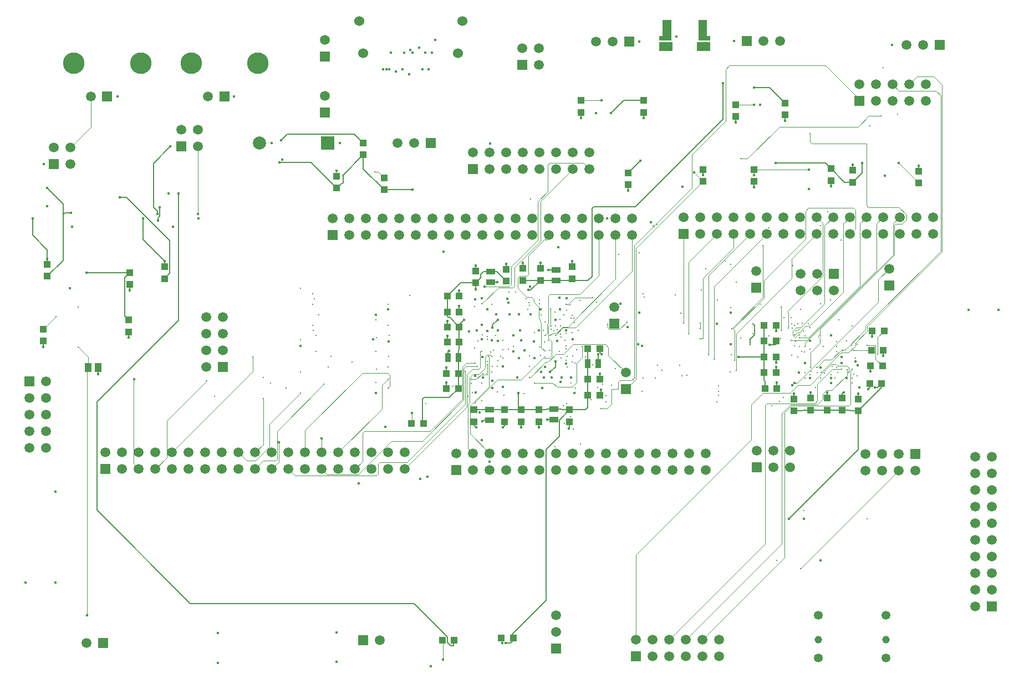
<source format=gbl>
G04 Layer_Physical_Order=8*
G04 Layer_Color=16711680*
%FSLAX44Y44*%
%MOMM*%
G71*
G01*
G75*
%ADD12R,1.5000X1.5000*%
%ADD27C,0.2032*%
%ADD28C,0.1016*%
%ADD29O,0.7000X1.2000*%
%ADD30R,2.0000X1.4000*%
%ADD31R,1.5000X1.5000*%
%ADD32C,1.5000*%
%ADD33C,1.5240*%
%ADD34C,3.3000*%
%ADD35C,1.1500*%
%ADD36O,1.3400X1.3500*%
%ADD37R,2.0000X2.0000*%
%ADD38C,2.0000*%
%ADD39C,0.4064*%
%ADD40C,0.2540*%
%ADD52R,1.3500X0.9500*%
%ADD53R,1.1000X1.1000*%
%ADD54R,1.1000X1.1000*%
%ADD55R,1.1000X1.4000*%
%ADD56R,0.9500X1.3500*%
G36*
X998298Y963044D02*
X980048D01*
Y970044D01*
X985298D01*
Y994544D01*
X998298D01*
Y963044D01*
D02*
G37*
G36*
X1052798Y970044D02*
X1058048D01*
Y963044D01*
X1039798D01*
Y994544D01*
X1052798D01*
Y970044D01*
D02*
G37*
D12*
X1017270Y668020D02*
D03*
X481350Y666250D02*
D03*
X1247140Y607060D02*
D03*
X934720Y961390D02*
D03*
X1408430Y956310D02*
D03*
X1113790Y962660D02*
D03*
X944880Y22860D02*
D03*
X528320Y46990D02*
D03*
X130810Y43180D02*
D03*
X695960Y767080D02*
D03*
X770890Y925830D02*
D03*
X670560Y307340D02*
D03*
X134450Y308650D02*
D03*
X1129030Y311150D02*
D03*
X1371600Y331470D02*
D03*
X631190Y806450D02*
D03*
X55880Y774700D02*
D03*
X250190Y801370D02*
D03*
X1285748Y870712D02*
D03*
D27*
X822960Y596520D02*
X871220D01*
X207772Y708406D02*
X213868Y702310D01*
Y697992D02*
Y702310D01*
X827532Y383142D02*
X843280Y398890D01*
X827532Y358394D02*
Y383142D01*
X807466Y338328D02*
X827532Y358394D01*
X166116Y723646D02*
X232664Y657098D01*
Y607204D02*
Y657098D01*
X224790Y599330D02*
X232664Y607204D01*
X497078Y745634D02*
Y756666D01*
X496752Y756992D02*
X497078Y756666D01*
X496752Y756992D02*
X528320Y788560D01*
X493776Y743856D02*
X497078Y745634D01*
X783954Y581914D02*
X798830Y596790D01*
X780542Y581914D02*
X783954D01*
X891032Y423562D02*
Y430022D01*
X889110Y421640D02*
X891032Y423562D01*
X207772Y775462D02*
X233680Y801370D01*
X207772Y708406D02*
Y775462D01*
X191828Y659094D02*
X224790Y626132D01*
X191828Y659094D02*
Y691590D01*
X1148190Y891540D02*
X1172210Y867520D01*
X1124610Y891540D02*
X1148190D01*
X1077468Y842772D02*
Y897890D01*
X943864Y709168D02*
X1077468Y842772D01*
X880110Y709168D02*
X943864D01*
X877570Y706628D02*
X880110Y709168D01*
X877570Y602870D02*
Y706628D01*
X871220Y596520D02*
X877570Y602870D01*
X906780Y852170D02*
X925940Y871330D01*
X956310D01*
X1178052Y232410D02*
X1283970Y338328D01*
Y397400D01*
X618870Y378460D02*
Y415290D01*
X621410Y417830D01*
X659240D01*
X673210Y431800D01*
X487680Y737760D02*
X493776Y743856D01*
X697230Y375898D02*
X701040Y372088D01*
X697230Y375898D02*
Y380890D01*
X722630Y609980D02*
X732300D01*
X746760Y595520D01*
X164084Y601074D02*
X171450Y608440D01*
X164084Y542146D02*
Y601074D01*
Y542146D02*
X170180Y536050D01*
X710038Y381890D02*
X711308Y383160D01*
X721360D01*
X821436Y464820D02*
Y472564D01*
X813308Y456692D02*
X821436Y464820D01*
X105410Y608440D02*
X171450D01*
X741680Y372088D02*
X744220Y374628D01*
Y380890D01*
X810368Y612520D02*
X822960D01*
X842010Y370818D02*
X843280Y372088D01*
Y380890D01*
X753110Y42544D02*
X756030Y45464D01*
X745110Y42544D02*
X753110D01*
X765556Y398890D02*
X769620D01*
X889110Y486498D02*
X891650Y483958D01*
X889110Y486498D02*
Y492760D01*
X658495Y488842D02*
X658750D01*
X657480Y487827D02*
X658495Y488842D01*
X657480Y478790D02*
Y487827D01*
X1157585Y775970D02*
X1233937D01*
X1242676Y767231D01*
X932796Y760881D02*
X951186Y779272D01*
X1299100Y430618D02*
X1301640Y433158D01*
Y439420D01*
X1283970Y397400D02*
X1319640Y433070D01*
Y439420D01*
X871110Y402590D02*
Y421640D01*
X867410Y398890D02*
X871110Y402590D01*
X843280Y398890D02*
X867410D01*
X656480Y541892D02*
Y548640D01*
Y541892D02*
X657860Y540512D01*
X659748D01*
X674480Y525780D01*
X1290066Y761062D02*
Y775961D01*
X1275695Y746691D02*
X1290066Y761062D01*
X699770Y592980D02*
X707644Y600854D01*
Y605790D01*
X711834Y609980D01*
X722630D01*
X656480Y572770D02*
X676690Y592980D01*
X699770D01*
X1309370Y433070D02*
X1313290D01*
X1319640Y439420D01*
X1261110Y425472D02*
X1262380D01*
X1259840Y424202D02*
X1261110Y425472D01*
X1259840Y416670D02*
Y424202D01*
X1242676Y767231D02*
X1263216Y746691D01*
X1275695D01*
X772160Y596790D02*
X798830D01*
X810784Y596520D02*
X822960D01*
X810514Y596790D02*
X810784Y596520D01*
X798830Y596790D02*
X810514D01*
X1140350Y504190D02*
Y528320D01*
Y444500D02*
Y455930D01*
Y444500D02*
X1141620Y443230D01*
Y431800D02*
Y443230D01*
X1140350Y480060D02*
Y504190D01*
Y455930D02*
Y480060D01*
X1199389Y398670D02*
X1211580D01*
X1198118Y397400D02*
X1199389Y398670D01*
X1186180Y397400D02*
X1198118D01*
X1211580Y398670D02*
X1236980D01*
X1272540Y397400D02*
X1283970D01*
X1271270Y398670D02*
X1272540Y397400D01*
X1259840Y398670D02*
X1271270D01*
X1236980D02*
X1259840D01*
X656480Y548640D02*
Y572770D01*
X673480Y466614D02*
Y478790D01*
X673210Y466344D02*
X673480Y466614D01*
X673210Y454660D02*
Y466344D01*
Y431800D02*
Y454660D01*
X674480Y491220D02*
Y502920D01*
X673480Y490220D02*
X674480Y491220D01*
X673480Y478790D02*
Y490220D01*
X674480Y502920D02*
Y525780D01*
X871110Y421640D02*
Y445770D01*
X870840Y457724D02*
Y469900D01*
Y457724D02*
X871110Y457454D01*
Y445770D02*
Y457454D01*
Y481346D02*
Y492760D01*
X870840Y481076D02*
X871110Y481346D01*
X870840Y469900D02*
Y481076D01*
X709184Y399160D02*
X721360D01*
X708914Y398890D02*
X709184Y399160D01*
X697230Y398890D02*
X708914D01*
X744220D02*
X765556D01*
X732806D02*
X744220D01*
X732536Y399160D02*
X732806Y398890D01*
X721360Y399160D02*
X732536D01*
X769620Y398890D02*
X796290D01*
X831866D02*
X843280D01*
X830326Y400430D02*
X831866Y398890D01*
X819150Y400430D02*
X830326D01*
X808244D02*
X819150D01*
X806704Y398890D02*
X808244Y400430D01*
X796290Y398890D02*
X806704D01*
X72390Y700024D02*
X81534D01*
X69596Y697230D02*
X72390Y700024D01*
X69596Y627016D02*
Y697230D01*
X45720Y603140D02*
X69596Y627016D01*
X156210Y723646D02*
X166116D01*
X402336Y810768D02*
X411988Y820420D01*
X514460D01*
X528320Y806560D01*
X400304Y776732D02*
X448708D01*
X487680Y737760D01*
X528320Y766970D02*
Y788560D01*
Y766970D02*
X560070Y735220D01*
X665860Y38688D02*
Y46990D01*
X123070Y453248D02*
Y463550D01*
X39370Y495278D02*
Y504080D01*
X170180Y509248D02*
Y518050D01*
X171450Y581638D02*
Y590440D01*
X45720Y621140D02*
Y629942D01*
X224790Y617330D02*
Y626132D01*
X655210Y431800D02*
Y440602D01*
Y454660D02*
Y463462D01*
X656480Y502920D02*
Y511722D01*
Y525780D02*
Y534582D01*
X769620Y372088D02*
Y380890D01*
X674480Y548640D02*
Y557442D01*
X796290Y372088D02*
Y380890D01*
X674480Y572770D02*
Y581572D01*
X809098Y384430D02*
X819150D01*
X699770Y610980D02*
Y619782D01*
X722630Y593980D02*
X732682D01*
X746760Y613520D02*
Y622322D01*
X772160Y614790D02*
Y623592D01*
X889110Y445770D02*
Y454572D01*
X798830Y614790D02*
Y623592D01*
X847090Y617330D02*
Y626132D01*
X932796Y734079D02*
Y742881D01*
X861060Y844528D02*
Y853330D01*
X1159620Y431800D02*
Y440602D01*
X1158350Y455930D02*
Y464732D01*
Y471258D02*
Y480060D01*
X1186180Y415400D02*
Y424202D01*
X1158350Y519518D02*
Y528320D01*
X1211580Y416670D02*
Y425472D01*
X956310Y844528D02*
Y853330D01*
X1047095Y757159D02*
Y765961D01*
X1236980Y416670D02*
Y425472D01*
X1283970Y415400D02*
Y424202D01*
X1124566Y739159D02*
Y747961D01*
X1302910Y457288D02*
Y466090D01*
X1097280Y838178D02*
Y846980D01*
X1305450Y510628D02*
Y519430D01*
X1322180Y481418D02*
Y490220D01*
X1172210Y840718D02*
Y849520D01*
X1242676Y740429D02*
Y749231D01*
X1275695Y764691D02*
Y773493D01*
X1376025Y763421D02*
Y772223D01*
X764550Y399896D02*
X765556Y398890D01*
X764550Y399896D02*
X765800Y401146D01*
X765300Y401646D02*
X765800Y401146D01*
X765300Y401646D02*
Y424450D01*
X699516Y592726D02*
X699770Y592980D01*
X699516Y582930D02*
Y592726D01*
X725424Y524764D02*
Y528564D01*
X733430Y536570D01*
X886714Y470026D02*
X886840Y469900D01*
X886714Y470026D02*
Y483616D01*
X1140096Y479806D02*
X1140350Y480060D01*
X1101090Y479806D02*
X1140096D01*
X1148588Y498094D02*
X1156914D01*
X1158350Y499530D02*
Y504190D01*
X1156914Y498094D02*
X1158350Y499530D01*
X1118870Y498348D02*
Y506476D01*
X1125982Y513588D01*
Y528066D01*
X1123188Y530860D02*
X1125982Y528066D01*
X661336Y38688D02*
X665860D01*
X656590Y43434D02*
X661336Y38688D01*
X656590Y43434D02*
Y52324D01*
X605790Y103124D02*
X656590Y52324D01*
X263652Y103124D02*
X605790D01*
X121158Y245618D02*
X263652Y103124D01*
X121158Y245618D02*
Y411226D01*
X245872Y535940D01*
Y729742D01*
X560214Y735076D02*
X602996D01*
X44958Y737870D02*
X69596Y713232D01*
Y697230D02*
Y713232D01*
X45720Y629942D02*
Y642874D01*
X22918Y665676D02*
X45720Y642874D01*
X22918Y665676D02*
Y691590D01*
X214376Y688340D02*
Y691388D01*
X217424Y694436D01*
Y708406D01*
X756030Y56514D02*
X807466Y107950D01*
Y338328D01*
X756030Y45464D02*
Y56514D01*
X674480Y528430D02*
X682244Y536194D01*
D28*
X106680Y85090D02*
Y462160D01*
X108070Y463550D01*
X717296Y455930D02*
Y467868D01*
X713994Y452628D02*
X717296Y455930D01*
X1189482Y524510D02*
X1196340D01*
X1184090Y519118D02*
X1189482Y524510D01*
X1184090Y512690D02*
Y519118D01*
X691134Y362966D02*
X721360Y332740D01*
X691134Y362966D02*
Y405130D01*
X720090Y434086D01*
X565912Y432380D02*
X568452Y434920D01*
Y451866D01*
X565150Y455168D02*
X568452Y451866D01*
X526796Y455168D02*
X565150D01*
X439250Y367622D02*
X526796Y455168D01*
X439250Y334050D02*
Y367622D01*
X800100Y494030D02*
X805434Y488696D01*
X777494Y602996D02*
X780288Y605790D01*
Y634988D01*
X811550Y666250D01*
X887750Y604032D02*
Y666250D01*
X859028Y575310D02*
X887750Y604032D01*
X813050Y575310D02*
X859028D01*
X810510Y572770D02*
X813050Y575310D01*
X810510Y531492D02*
Y572770D01*
X1220470Y693420D02*
X1229868Y684022D01*
Y603504D02*
Y684022D01*
X1175258Y548894D02*
X1229868Y603504D01*
X1184090Y512690D02*
X1187764Y509330D01*
X1196340Y524510D02*
X1232408Y560578D01*
Y679958D01*
X1245870Y693420D01*
X1261364Y683514D02*
X1271270Y693420D01*
X1261364Y579164D02*
Y683514D01*
X1209120Y526920D02*
X1261364Y579164D01*
X1203772Y526920D02*
X1209120D01*
X1197696Y520844D02*
X1203772Y526920D01*
X1195070Y517048D02*
X1197696Y520844D01*
X1191046Y517048D02*
X1195070D01*
X1186630Y513140D02*
X1191046Y517048D01*
X227838Y382524D02*
X288798Y443484D01*
X227838Y325838D02*
Y382524D01*
X210650Y308650D02*
X227838Y325838D01*
X363050Y308650D02*
X375710Y321310D01*
X393954D01*
X396494Y323850D01*
Y366268D01*
X468122Y437896D01*
X553466Y318770D02*
X594614D01*
X550926Y316230D02*
X553466Y318770D01*
X550926Y300990D02*
Y316230D01*
X548386Y298450D02*
X550926Y300990D01*
X424050Y298450D02*
X548386D01*
X413850Y308650D02*
X424050Y298450D01*
X515450Y308650D02*
X526796Y319996D01*
Y363728D01*
X529590Y366522D01*
X630682D01*
X679450Y415290D01*
Y464312D01*
X706374Y463550D02*
Y488442D01*
X703834Y461010D02*
X706374Y463550D01*
X694690Y461010D02*
X703834D01*
X686308Y452628D02*
X694690Y461010D01*
X686308Y403308D02*
Y452628D01*
X591650Y308650D02*
X686308Y403308D01*
X709422Y560578D02*
X734314Y585470D01*
X756920D01*
X759460Y588010D01*
Y616966D01*
X798830Y656336D01*
Y717550D01*
X848360Y767080D01*
X1313942Y483870D02*
Y509922D01*
X1323450Y519430D01*
X39370Y522080D02*
X58818Y541528D01*
X1244258Y461264D02*
X1258570D01*
X1221547Y438553D02*
X1244258Y461264D01*
X1141730Y406146D02*
X1144270Y408686D01*
X1141730Y194310D02*
Y406146D01*
X995680Y48260D02*
X1141730Y194310D01*
X1021080Y48260D02*
X1167130Y194310D01*
Y392938D01*
X1272032Y458470D02*
X1274572Y461010D01*
X1272032Y407670D02*
Y458470D01*
X1269238Y404876D02*
X1272032Y407670D01*
X1181354Y404876D02*
X1269238D01*
X1171448Y394970D02*
X1181354Y404876D01*
X1171448Y173228D02*
Y394970D01*
X1046480Y48260D02*
X1171448Y173228D01*
X1269238Y455930D02*
Y463550D01*
X1266698Y466090D02*
X1269238Y463550D01*
X1252220Y466090D02*
X1266698D01*
X1249680Y468630D02*
X1252220Y466090D01*
X1180084Y424942D02*
X1191768Y436626D01*
X1138682Y424942D02*
X1180084D01*
X1120902Y407162D02*
X1138682Y424942D01*
X1120902Y353822D02*
Y407162D01*
X944880Y177800D02*
X1120902Y353822D01*
X944880Y48260D02*
Y177800D01*
X1017270Y531300D02*
Y668020D01*
X1024890Y515366D02*
Y624840D01*
X1068070Y668020D01*
X1046988Y508570D02*
Y599694D01*
X1093470Y646176D01*
Y668020D01*
X1055308Y604458D02*
X1118870Y668020D01*
X1055308Y483300D02*
Y604458D01*
X1063498Y476570D02*
Y587248D01*
X1144270Y668020D01*
X1091184Y523300D02*
X1138682Y570798D01*
X944626Y645492D02*
X1047095Y747961D01*
X944626Y446212D02*
Y645492D01*
X928985Y430571D02*
X944626Y446212D01*
X275590Y698090D02*
Y801370D01*
X177038Y445008D02*
X178054Y446024D01*
X177038Y316862D02*
Y445008D01*
Y316862D02*
X185250Y308650D01*
X813430Y512570D02*
X817242Y516382D01*
X823590D01*
X913150Y598698D02*
Y666250D01*
X1277112Y490220D02*
X1304180D01*
X556514Y436372D02*
X565912Y445770D01*
X556514Y400514D02*
Y436372D01*
X490050Y334050D02*
X556514Y400514D01*
X810890Y508386D02*
X815594Y503682D01*
Y481330D02*
Y503682D01*
X812038Y477774D02*
X815594Y481330D01*
X802386Y477774D02*
X812038D01*
X769366Y444754D02*
X802386Y477774D01*
X732790Y444754D02*
X769366D01*
X1186688Y439928D02*
X1190752D01*
X1314704Y563880D01*
Y597850D01*
X1331575Y614721D01*
X806450Y471932D02*
X810260D01*
X822198Y483870D01*
X833882D01*
X848868Y498856D01*
X897890D01*
X902462Y494284D01*
Y482494D02*
Y494284D01*
Y482494D02*
X928985Y455971D01*
X1033526Y761530D02*
X1047095Y747961D01*
X1310386Y476614D02*
X1320910Y466090D01*
X1092962Y522732D02*
X1139952Y569722D01*
Y596646D01*
X1203198Y659892D01*
Y702564D01*
X1207770Y707136D01*
X1276350D01*
X1279398Y704088D01*
Y676148D02*
Y704088D01*
X1271270Y668020D02*
X1279398Y676148D01*
X938550Y610894D02*
Y666250D01*
X851912Y524256D02*
X938550Y610894D01*
X833116Y524256D02*
X851912D01*
X821430Y512570D02*
X833116Y524256D01*
X1196340Y156210D02*
X1346200Y306070D01*
X92710Y494792D02*
X108070Y479432D01*
Y463550D02*
Y479432D01*
X1202690Y495808D02*
Y500761D01*
X1337564Y635635D01*
Y683514D01*
X1347470Y693420D01*
X464650Y308650D02*
X472818Y300482D01*
X520446D01*
X571246Y351282D01*
X618236D01*
X684530Y465074D02*
X701934D01*
X713430Y586994D02*
X750570D01*
X753872Y590296D01*
Y617728D01*
X794258Y658114D01*
Y716788D01*
X810260Y732790D01*
Y773430D01*
X813054Y776224D01*
X864616D01*
X873760Y767080D01*
X1124566Y757159D02*
Y765961D01*
X487680Y755760D02*
Y764540D01*
X740030Y42418D02*
Y50800D01*
X1312164Y683514D02*
X1322070Y693420D01*
X1312164Y611820D02*
Y683514D01*
X1204788Y504444D02*
X1312164Y611820D01*
X722122Y483108D02*
X724662Y480568D01*
X717550Y483108D02*
X722122D01*
X713994Y479552D02*
X717550Y483108D01*
X713994Y462404D02*
Y479552D01*
X688340Y340360D02*
X695960Y332740D01*
X337650Y334050D02*
X350390Y321310D01*
X363982D01*
X385064Y342392D01*
Y377136D01*
X432308Y424380D01*
X363050Y334050D02*
X375158Y346158D01*
Y416380D01*
X464650Y334050D02*
Y355120D01*
X1097280Y864980D02*
X1124610D01*
X359410Y457410D02*
Y479482D01*
X236050Y334050D02*
X359410Y457410D01*
X1124566Y765961D02*
X1208385D01*
X649860Y17700D02*
Y46990D01*
X112160Y830980D02*
Y877570D01*
X81280Y800100D02*
X112160Y830980D01*
X1345485Y775961D02*
X1376025Y745421D01*
X861060Y871330D02*
X892302D01*
X1097788Y459300D02*
Y515366D01*
X1286764Y683514D02*
X1296670Y693420D01*
X1286764Y588010D02*
Y683514D01*
X1208024Y509270D02*
X1286764Y588010D01*
X1194630Y509270D02*
X1208024D01*
X783268Y448750D02*
X806450Y471932D01*
X781600Y448750D02*
X783268D01*
X706374Y488442D02*
X706532Y488600D01*
X709200D01*
X788400Y563950D02*
Y567850D01*
X785258Y570992D02*
X788400Y567850D01*
X778002Y570992D02*
X785258D01*
X805430Y512570D02*
X808850Y515990D01*
Y529832D01*
X810510Y531492D01*
X788400Y563950D02*
X796036Y556314D01*
Y540540D02*
Y556314D01*
Y540540D02*
X800100Y530154D01*
Y494030D02*
Y530154D01*
X823590Y516382D02*
X832988Y525780D01*
X840232D01*
X913150Y598698D01*
X719328Y480568D02*
X720090Y479806D01*
Y434086D02*
Y479806D01*
X685286Y470148D02*
X699008D01*
X679450Y464312D02*
X685286Y470148D01*
X618236Y351282D02*
X681482Y414528D01*
Y462026D01*
X684530Y465074D01*
X707898Y452628D02*
X713994D01*
X701040Y445770D02*
X707898Y452628D01*
X693166Y445770D02*
X701040D01*
X690118Y448310D02*
X695452Y453644D01*
X705234D01*
X713994Y462404D01*
X594614Y318770D02*
X683514Y407670D01*
Y457454D01*
X699008Y410972D02*
X732790Y444754D01*
X699008Y409194D02*
Y410972D01*
X690118Y422402D02*
Y448310D01*
Y422402D02*
X690880Y421640D01*
Y410464D02*
Y421640D01*
X688340Y407924D02*
X690880Y410464D01*
X688340Y340360D02*
Y407924D01*
X837438Y560324D02*
X841248D01*
X851154Y570230D01*
X878078D01*
X919480Y521970D02*
X930910Y533400D01*
X904240Y521970D02*
X919480D01*
X901700Y524510D02*
X904240Y521970D01*
X901700Y524510D02*
Y529844D01*
X764032Y584962D02*
X778002Y570992D01*
X764032Y584962D02*
Y600710D01*
X766318Y602996D01*
X777494D01*
X1092962Y522732D02*
X1094994Y520700D01*
Y474980D02*
Y520700D01*
X1166368Y520192D02*
Y556260D01*
X1186630Y513140D02*
X1186688Y513198D01*
Y513842D01*
X1203772Y505460D02*
X1204788Y504444D01*
X1181608Y505460D02*
X1203772D01*
X1187764Y509330D02*
X1191768Y513334D01*
X1194054D01*
X1175258Y548894D02*
X1177290Y546862D01*
Y524002D02*
Y546862D01*
X1297304Y497332D02*
X1309116D01*
X1310386Y496062D01*
Y476614D02*
Y496062D01*
X602742Y378588D02*
X602870Y378460D01*
X602742Y378588D02*
Y394462D01*
X399288Y319488D02*
Y349504D01*
X388450Y308650D02*
X399288Y319488D01*
X1167130Y392938D02*
X1180846Y406654D01*
X1221232D01*
X1243330Y428752D02*
X1266698Y452120D01*
X1235710Y428752D02*
X1243330D01*
X1229614Y422656D02*
X1235710Y428752D01*
X1229614Y415036D02*
Y422656D01*
X1221232Y406654D02*
X1229614Y415036D01*
X1266698Y452120D02*
Y459994D01*
X1144270Y408686D02*
X1217676D01*
X1221547Y412557D01*
Y438553D01*
X1042670Y507238D02*
X1045656D01*
X1046988Y508570D01*
X1097788Y515366D02*
X1182370Y599948D01*
Y629920D01*
X1220470Y668020D01*
X1138428Y571052D02*
X1138682Y570798D01*
X1138428Y571052D02*
Y649732D01*
X1042924Y523240D02*
Y531114D01*
X550528Y762762D02*
X560070Y753220D01*
X545846Y762762D02*
X550528D01*
X810890Y508386D02*
Y527426D01*
X813816Y530352D01*
Y552958D01*
X1226950Y455930D02*
X1257430Y486410D01*
X1268984D01*
X1279398Y496824D01*
Y500888D01*
X1297686Y519176D01*
Y526034D01*
X1412240Y640588D01*
Y895096D01*
X1399286Y908050D02*
X1412240Y895096D01*
X1373886Y908050D02*
X1399286D01*
X1361948Y896112D02*
X1373886Y908050D01*
X1220470Y463550D02*
X1232154Y475234D01*
X1242568D01*
X1258316Y490982D01*
X1264158D01*
X1295400Y522224D01*
Y527050D01*
X1409954Y641604D01*
Y879094D01*
X1402588Y886460D02*
X1409954Y879094D01*
X1346200Y886460D02*
X1402588D01*
X1336548Y896112D02*
X1346200Y886460D01*
X1191768Y436626D02*
X1210564D01*
X1242568Y468630D01*
X1249680D01*
X1210818Y463550D02*
Y486410D01*
X1225296Y500888D01*
Y521716D02*
X1338834Y635254D01*
Y680974D01*
X1340866Y683006D01*
X1351026D01*
X1357884Y689864D01*
Y696976D01*
X1346200Y708660D02*
X1357884Y696976D01*
X1299210Y708660D02*
X1346200D01*
X1296416Y711454D02*
X1299210Y708660D01*
X1296416Y711454D02*
Y805434D01*
X1212850D02*
X1296416D01*
X1210310Y807974D02*
Y820674D01*
Y807974D02*
X1212850Y805434D01*
X891286Y400812D02*
X900176D01*
X907034Y407670D01*
Y430276D01*
X915924D01*
X917448Y431800D01*
Y441198D01*
X919988Y443738D01*
X937768D01*
X941832Y447802D01*
Y649732D01*
X1029970Y737870D02*
Y788924D01*
X1081532Y840486D01*
Y919480D01*
X1087120Y925068D01*
X1233678D01*
X1285748Y872998D01*
Y870712D02*
Y872998D01*
X1104392Y782574D02*
X1114806D01*
X1163574Y831342D01*
X1283970D01*
X1300226Y847598D02*
X1318514D01*
X1283970Y831342D02*
X1300226Y847598D01*
X789686Y440182D02*
X817880D01*
X824230Y433832D01*
X847090D01*
X854202Y440944D01*
Y470662D01*
X862076Y478536D01*
Y496062D01*
X1225042Y514096D02*
X1225296D01*
X1223010Y512064D02*
X1225042Y514096D01*
X1223010Y510032D02*
Y512064D01*
Y510032D02*
X1225296Y507746D01*
Y500888D02*
Y507746D01*
Y514096D02*
Y521716D01*
X970026Y677926D02*
Y680212D01*
X971042Y681228D01*
X973328D01*
X941832Y649732D02*
X970026Y677926D01*
X973328Y681228D02*
X1029970Y737870D01*
X674480Y525780D02*
Y528430D01*
D29*
X991798Y983844D02*
D03*
X1046298Y983844D02*
D03*
D30*
X1048048Y953544D02*
D03*
X990048Y953544D02*
D03*
D31*
X928985Y430571D02*
D03*
X18100Y442100D02*
D03*
X1488440Y99060D02*
D03*
X137160Y877570D02*
D03*
X316230D02*
D03*
X469900Y853440D02*
D03*
Y938530D02*
D03*
X313690Y464820D02*
D03*
X1128375Y585511D02*
D03*
X1331575Y589321D02*
D03*
X911860Y530860D02*
D03*
X822960Y34290D02*
D03*
D32*
X928985Y455971D02*
D03*
X43500Y340500D02*
D03*
X18100D02*
D03*
X43500Y365900D02*
D03*
X18100D02*
D03*
X43500Y391300D02*
D03*
X18100D02*
D03*
X43500Y416700D02*
D03*
X18100D02*
D03*
X43500Y442100D02*
D03*
X1463040Y99060D02*
D03*
X1488440Y124460D02*
D03*
X1463040D02*
D03*
X1488440Y149860D02*
D03*
X1463040D02*
D03*
X1488440Y175260D02*
D03*
X1463040D02*
D03*
X1488440Y200660D02*
D03*
X1463040D02*
D03*
X1488440Y226060D02*
D03*
X1463040D02*
D03*
X1488440Y251460D02*
D03*
X1463040D02*
D03*
X1488440Y276860D02*
D03*
X1463040D02*
D03*
X1488440Y302260D02*
D03*
X1463040D02*
D03*
X1488440Y327660D02*
D03*
X1463040D02*
D03*
X112160Y877570D02*
D03*
X291230D02*
D03*
X1398270Y693420D02*
D03*
Y668020D02*
D03*
X1372870Y693420D02*
D03*
Y668020D02*
D03*
X1347470Y693420D02*
D03*
Y668020D02*
D03*
X1322070Y693420D02*
D03*
Y668020D02*
D03*
X1296670Y693420D02*
D03*
Y668020D02*
D03*
X1271270Y693420D02*
D03*
Y668020D02*
D03*
X1245870Y693420D02*
D03*
Y668020D02*
D03*
X1220470Y693420D02*
D03*
Y668020D02*
D03*
X1195070Y693420D02*
D03*
Y668020D02*
D03*
X1169670Y693420D02*
D03*
Y668020D02*
D03*
X1144270Y693420D02*
D03*
Y668020D02*
D03*
X1118870Y693420D02*
D03*
Y668020D02*
D03*
X1093470Y693420D02*
D03*
Y668020D02*
D03*
X1068070Y693420D02*
D03*
Y668020D02*
D03*
X1042670Y693420D02*
D03*
Y668020D02*
D03*
X1017270Y693420D02*
D03*
X938550Y691650D02*
D03*
Y666250D02*
D03*
X913150Y691650D02*
D03*
Y666250D02*
D03*
X887750Y691650D02*
D03*
Y666250D02*
D03*
X862350Y691650D02*
D03*
Y666250D02*
D03*
X836950Y691650D02*
D03*
Y666250D02*
D03*
X811550Y691650D02*
D03*
Y666250D02*
D03*
X786150Y691650D02*
D03*
Y666250D02*
D03*
X760750Y691650D02*
D03*
Y666250D02*
D03*
X735350Y691650D02*
D03*
Y666250D02*
D03*
X709950Y691650D02*
D03*
Y666250D02*
D03*
X684550Y691650D02*
D03*
Y666250D02*
D03*
X659150Y691650D02*
D03*
Y666250D02*
D03*
X633750Y691650D02*
D03*
Y666250D02*
D03*
X608350Y691650D02*
D03*
Y666250D02*
D03*
X582950Y691650D02*
D03*
Y666250D02*
D03*
X557550Y691650D02*
D03*
Y666250D02*
D03*
X532150Y691650D02*
D03*
Y666250D02*
D03*
X506750Y691650D02*
D03*
Y666250D02*
D03*
X481350Y691650D02*
D03*
X1247140Y581660D02*
D03*
X1221740Y607060D02*
D03*
Y581660D02*
D03*
X1196340Y607060D02*
D03*
Y581660D02*
D03*
X909320Y961390D02*
D03*
X883920D02*
D03*
X1383030Y956310D02*
D03*
X1357630D02*
D03*
X1139190Y962660D02*
D03*
X1164590D02*
D03*
X1071880Y48260D02*
D03*
Y22860D02*
D03*
X1046480Y48260D02*
D03*
Y22860D02*
D03*
X1021080Y48260D02*
D03*
Y22860D02*
D03*
X995680Y48260D02*
D03*
Y22860D02*
D03*
X970280Y48260D02*
D03*
Y22860D02*
D03*
X944880Y48260D02*
D03*
X553720Y46990D02*
D03*
X105410Y43180D02*
D03*
X695960Y792480D02*
D03*
X721360Y767080D02*
D03*
Y792480D02*
D03*
X746760Y767080D02*
D03*
Y792480D02*
D03*
X772160Y767080D02*
D03*
Y792480D02*
D03*
X797560Y767080D02*
D03*
Y792480D02*
D03*
X822960Y767080D02*
D03*
Y792480D02*
D03*
X848360Y767080D02*
D03*
Y792480D02*
D03*
X873760Y767080D02*
D03*
Y792480D02*
D03*
X469900Y878840D02*
D03*
X796290Y951230D02*
D03*
Y925830D02*
D03*
X770890Y951230D02*
D03*
X469900Y963930D02*
D03*
X1051560Y332740D02*
D03*
Y307340D02*
D03*
X1026160Y332740D02*
D03*
Y307340D02*
D03*
X1000760Y332740D02*
D03*
Y307340D02*
D03*
X975360Y332740D02*
D03*
Y307340D02*
D03*
X949960Y332740D02*
D03*
Y307340D02*
D03*
X924560Y332740D02*
D03*
Y307340D02*
D03*
X899160Y332740D02*
D03*
Y307340D02*
D03*
X873760Y332740D02*
D03*
Y307340D02*
D03*
X848360Y332740D02*
D03*
Y307340D02*
D03*
X822960Y332740D02*
D03*
Y307340D02*
D03*
X797560Y332740D02*
D03*
Y307340D02*
D03*
X772160Y332740D02*
D03*
Y307340D02*
D03*
X746760Y332740D02*
D03*
Y307340D02*
D03*
X721360Y332740D02*
D03*
Y307340D02*
D03*
X695960Y332740D02*
D03*
Y307340D02*
D03*
X670560Y332740D02*
D03*
X591650Y334050D02*
D03*
Y308650D02*
D03*
X566250Y334050D02*
D03*
Y308650D02*
D03*
X540850Y334050D02*
D03*
Y308650D02*
D03*
X515450Y334050D02*
D03*
Y308650D02*
D03*
X490050Y334050D02*
D03*
Y308650D02*
D03*
X464650Y334050D02*
D03*
Y308650D02*
D03*
X439250Y334050D02*
D03*
Y308650D02*
D03*
X413850Y334050D02*
D03*
Y308650D02*
D03*
X388450Y334050D02*
D03*
Y308650D02*
D03*
X363050Y334050D02*
D03*
Y308650D02*
D03*
X337650Y334050D02*
D03*
Y308650D02*
D03*
X312250Y334050D02*
D03*
Y308650D02*
D03*
X286850Y334050D02*
D03*
Y308650D02*
D03*
X261450Y334050D02*
D03*
Y308650D02*
D03*
X236050Y334050D02*
D03*
Y308650D02*
D03*
X210650Y334050D02*
D03*
Y308650D02*
D03*
X185250Y334050D02*
D03*
Y308650D02*
D03*
X159850Y334050D02*
D03*
Y308650D02*
D03*
X134450Y334050D02*
D03*
X1129030Y336550D02*
D03*
X1154430Y311150D02*
D03*
Y336550D02*
D03*
X1179830Y311150D02*
D03*
Y336550D02*
D03*
X1295400Y306070D02*
D03*
Y331470D02*
D03*
X1320800Y306070D02*
D03*
Y331470D02*
D03*
X1346200Y306070D02*
D03*
Y331470D02*
D03*
X1371600Y306070D02*
D03*
X288290Y541020D02*
D03*
X313690D02*
D03*
X288290Y515620D02*
D03*
X313690D02*
D03*
X288290Y490220D02*
D03*
X313690D02*
D03*
X288290Y464820D02*
D03*
X580390Y806450D02*
D03*
X605790D02*
D03*
X1128375Y610911D02*
D03*
X1331575Y614721D02*
D03*
X911860Y556260D02*
D03*
X822960Y85090D02*
D03*
Y59690D02*
D03*
X55880Y800100D02*
D03*
X81280Y774700D02*
D03*
Y800100D02*
D03*
X250190Y826770D02*
D03*
X275590Y801370D02*
D03*
Y826770D02*
D03*
X1285748Y896112D02*
D03*
X1311148Y870712D02*
D03*
Y896112D02*
D03*
X1336548Y870712D02*
D03*
Y896112D02*
D03*
X1361948Y870712D02*
D03*
Y896112D02*
D03*
X1387348Y870712D02*
D03*
Y896112D02*
D03*
D33*
X673100Y943610D02*
D03*
X528100D02*
D03*
X679100Y992610D02*
D03*
X522100D02*
D03*
D34*
X188160Y928570D02*
D03*
X86160D02*
D03*
X367230D02*
D03*
X265230D02*
D03*
D35*
X1326010Y48090D02*
D03*
X1223010D02*
D03*
D36*
X1326010Y85090D02*
D03*
Y20090D02*
D03*
X1223010D02*
D03*
Y85090D02*
D03*
D37*
X473940Y806450D02*
D03*
D38*
X369340D02*
D03*
D39*
X1006094Y969264D02*
D03*
X709676Y479806D02*
D03*
X796544Y520700D02*
D03*
X709422Y569214D02*
D03*
X724154Y504952D02*
D03*
X767588Y520700D02*
D03*
X709422Y528828D02*
D03*
X741680Y465074D02*
D03*
X799338Y456692D02*
D03*
X566928Y503428D02*
D03*
X953770Y496316D02*
D03*
X213868Y697992D02*
D03*
X106680Y85090D02*
D03*
X701548Y520700D02*
D03*
X751840Y544830D02*
D03*
X768858Y504698D02*
D03*
X780542Y581914D02*
D03*
X837438Y469900D02*
D03*
X542798Y506984D02*
D03*
X891032Y430022D02*
D03*
X599700Y948800D02*
D03*
X625856Y296926D02*
D03*
X721360Y320040D02*
D03*
X547370Y424380D02*
D03*
X1124610Y891540D02*
D03*
X1077468Y897890D02*
D03*
X906780Y852170D02*
D03*
X1178052Y232410D02*
D03*
X709168Y506984D02*
D03*
X237490Y678590D02*
D03*
X1283462Y466598D02*
D03*
X701040Y372088D02*
D03*
X568100Y918718D02*
D03*
X578100Y915670D02*
D03*
X709422Y352298D02*
D03*
X828024Y569976D02*
D03*
X705612Y394716D02*
D03*
X900430Y691642D02*
D03*
X57700Y273812D02*
D03*
X638100Y963930D02*
D03*
X949395Y547300D02*
D03*
X721408Y805434D02*
D03*
X1280160Y472948D02*
D03*
X275590Y698090D02*
D03*
X651002Y640588D02*
D03*
X1193546Y455930D02*
D03*
X829430Y441840D02*
D03*
X717550Y519176D02*
D03*
X178054Y446024D02*
D03*
X710038Y381890D02*
D03*
X748030Y568452D02*
D03*
X1285494Y432816D02*
D03*
X1186688Y439928D02*
D03*
X967232Y685292D02*
D03*
X1033526Y761530D02*
D03*
X570560Y944412D02*
D03*
X628142Y918718D02*
D03*
X623100Y944372D02*
D03*
X613156Y951992D02*
D03*
X821430Y536570D02*
D03*
X821436Y472564D02*
D03*
X813308Y456692D02*
D03*
X563100Y918718D02*
D03*
X598100Y911352D02*
D03*
X83156Y678590D02*
D03*
X713430Y586994D02*
D03*
X105410Y608440D02*
D03*
X1124566Y757159D02*
D03*
X561594Y372872D02*
D03*
X276352Y691590D02*
D03*
X741680Y372088D02*
D03*
X521208Y286766D02*
D03*
X487680Y764540D02*
D03*
X810368Y612520D02*
D03*
X725424Y432562D02*
D03*
X801240Y432570D02*
D03*
X1242630Y513140D02*
D03*
X837430Y520570D02*
D03*
X842010Y370818D02*
D03*
X740030Y42418D02*
D03*
X745110Y42544D02*
D03*
X765684Y478030D02*
D03*
X850510Y424570D02*
D03*
X891650Y483958D02*
D03*
X1202630Y470600D02*
D03*
X733430Y536570D02*
D03*
X1258630Y470600D02*
D03*
X749430Y563110D02*
D03*
X464650Y355120D02*
D03*
X658750Y488842D02*
D03*
X725430Y443490D02*
D03*
X733430Y504570D02*
D03*
X1157585Y775970D02*
D03*
X1124610Y864980D02*
D03*
X1208385Y765961D02*
D03*
X951186Y779272D02*
D03*
X1299100Y430618D02*
D03*
X649860Y17700D02*
D03*
X1290066Y775961D02*
D03*
X830700Y448570D02*
D03*
X1345485Y775961D02*
D03*
X892302Y871330D02*
D03*
X1309370Y433070D02*
D03*
X741430Y433840D02*
D03*
X789430Y478030D02*
D03*
X1262380Y425472D02*
D03*
X815970Y448570D02*
D03*
X762890D02*
D03*
X828160Y552570D02*
D03*
X730890Y544570D02*
D03*
X81534Y700024D02*
D03*
X156210Y723646D02*
D03*
X44958Y737870D02*
D03*
X231140Y729234D02*
D03*
X402336Y810768D02*
D03*
X12700Y134788D02*
D03*
X57700D02*
D03*
X305902Y12700D02*
D03*
Y57700D02*
D03*
X487512Y13970D02*
D03*
Y58970D02*
D03*
X123070Y453248D02*
D03*
X39370Y495278D02*
D03*
X170180Y509248D02*
D03*
X80010Y584402D02*
D03*
X171450Y581638D02*
D03*
X45720Y629942D02*
D03*
X630950Y7098D02*
D03*
X224790Y626132D02*
D03*
X432308Y496380D02*
D03*
X22918Y691590D02*
D03*
X191828D02*
D03*
X547308Y544380D02*
D03*
X565912Y552380D02*
D03*
X655210Y440602D02*
D03*
Y463462D02*
D03*
X656480Y511722D02*
D03*
Y534582D02*
D03*
X769620Y372088D02*
D03*
X674480Y557442D02*
D03*
X796290Y372088D02*
D03*
X674480Y581572D02*
D03*
X733430Y520570D02*
D03*
X809098Y384430D02*
D03*
X717430Y552570D02*
D03*
X757430Y488570D02*
D03*
Y512570D02*
D03*
X805430Y464570D02*
D03*
X699770Y619782D02*
D03*
X732682Y593980D02*
D03*
X845430Y448570D02*
D03*
X746760Y622322D02*
D03*
X772160Y623592D02*
D03*
X889110Y454572D02*
D03*
X798830Y623592D02*
D03*
X847090Y626132D02*
D03*
X558100Y918808D02*
D03*
X588100D02*
D03*
X603100Y944412D02*
D03*
X618100Y918808D02*
D03*
X633100Y944412D02*
D03*
X1089152Y499300D02*
D03*
X932796Y734079D02*
D03*
X1089152Y547300D02*
D03*
X861060Y844528D02*
D03*
X1226432Y168910D02*
D03*
X1159620Y440602D02*
D03*
X883780Y852048D02*
D03*
X1158350Y464732D02*
D03*
Y471258D02*
D03*
X1186180Y424202D02*
D03*
X1015345Y739849D02*
D03*
X1158350Y519518D02*
D03*
X1211580Y425472D02*
D03*
X956310Y844528D02*
D03*
X1210630Y447870D02*
D03*
X1047095Y757159D02*
D03*
X1236980Y425472D02*
D03*
X1210630Y503870D02*
D03*
X1242630Y439870D02*
D03*
X1226630Y463870D02*
D03*
X1242630Y447870D02*
D03*
X1266630D02*
D03*
X1258630Y479870D02*
D03*
X1283970Y424202D02*
D03*
X1124566Y739159D02*
D03*
X1302910Y457288D02*
D03*
X1097280Y838178D02*
D03*
X1305450Y510628D02*
D03*
X1322180Y481418D02*
D03*
X1208385Y736039D02*
D03*
X1134110Y864658D02*
D03*
X1172210Y840718D02*
D03*
X1242676Y740429D02*
D03*
X1275695Y773493D02*
D03*
X1324993Y756961D02*
D03*
X1452880Y551842D02*
D03*
X1376025Y772223D02*
D03*
X1497880Y551842D02*
D03*
X804050Y448694D02*
D03*
X765300Y424450D02*
D03*
X765950Y545090D02*
D03*
X698754Y567436D02*
D03*
X699516Y582930D02*
D03*
X725424Y524764D02*
D03*
X774446Y489458D02*
D03*
X788856Y503174D02*
D03*
X783590Y544830D02*
D03*
X798830Y552450D02*
D03*
X886714Y483616D02*
D03*
X710440Y448564D02*
D03*
X699262Y450850D02*
D03*
X700024Y425450D02*
D03*
X838962Y569722D02*
D03*
X932180Y525780D02*
D03*
X1101090Y479806D02*
D03*
X1148588Y498094D02*
D03*
X602742Y394462D02*
D03*
X399288Y349504D02*
D03*
X615442Y293116D02*
D03*
X847598Y506730D02*
D03*
X947928Y499364D02*
D03*
X920496Y561340D02*
D03*
X1183386Y436372D02*
D03*
X1067816Y530352D02*
D03*
X1201166Y232410D02*
D03*
X400304Y776732D02*
D03*
X404368Y781304D02*
D03*
X387858Y806450D02*
D03*
X330454Y877316D02*
D03*
X152908D02*
D03*
X39878Y774700D02*
D03*
X233680Y801370D02*
D03*
X491998Y806450D02*
D03*
X590550Y944372D02*
D03*
X783082Y587248D02*
D03*
X689864Y518922D02*
D03*
X949706Y961390D02*
D03*
X1094740Y962660D02*
D03*
X1335278Y956310D02*
D03*
X245872Y729742D02*
D03*
X44958Y710184D02*
D03*
X602996Y735076D02*
D03*
X825754Y647192D02*
D03*
X214376Y688340D02*
D03*
X217424Y708406D02*
D03*
X823970Y504570D02*
D03*
X682244Y536194D02*
D03*
D40*
X1163828Y411988D02*
D03*
X694436Y425196D02*
D03*
X846836Y471678D02*
D03*
X824106Y520954D02*
D03*
X819150Y519684D02*
D03*
X956818Y571246D02*
D03*
X972058Y678942D02*
D03*
X1248664Y447802D02*
D03*
X837438Y474980D02*
D03*
X1211834Y457454D02*
D03*
X1242568Y452945D02*
D03*
X717296Y467868D02*
D03*
X1189228Y519430D02*
D03*
X567628Y512380D02*
D03*
X1070610Y420878D02*
D03*
X1274572Y439928D02*
D03*
X717550Y506970D02*
D03*
X1147699Y511810D02*
D03*
X886460Y433070D02*
D03*
X547370Y536448D02*
D03*
X565912Y528320D02*
D03*
X567182Y480314D02*
D03*
X565912Y464380D02*
D03*
X478470Y480380D02*
D03*
X452120Y520380D02*
D03*
X450850Y528380D02*
D03*
X565912Y432380D02*
D03*
X410580D02*
D03*
X453390Y568380D02*
D03*
X599468Y573532D02*
D03*
X1202690Y447802D02*
D03*
X858700Y565840D02*
D03*
X1134495Y560380D02*
D03*
X1243963Y465203D02*
D03*
X807466Y658114D02*
D03*
X1260094Y488950D02*
D03*
X810514Y504698D02*
D03*
X805430Y532892D02*
D03*
X805434Y488696D02*
D03*
X805430Y512570D02*
D03*
X1202630Y511870D02*
D03*
X856742Y520446D02*
D03*
X837438Y496570D02*
D03*
X1194562Y495808D02*
D03*
X839470Y464566D02*
D03*
X1226566Y561086D02*
D03*
X717550Y452628D02*
D03*
X288798Y443484D02*
D03*
X741430Y477774D02*
D03*
X468122Y437896D02*
D03*
X717550Y472694D02*
D03*
X709422Y560578D02*
D03*
X1250566Y487934D02*
D03*
X1250696Y495804D02*
D03*
Y503804D02*
D03*
X1226566Y447802D02*
D03*
X1313942Y483870D02*
D03*
X58818Y541528D02*
D03*
X1250696Y463804D02*
D03*
X1258570Y461264D02*
D03*
X1266698Y459994D02*
D03*
X1274572Y461010D02*
D03*
X1269238Y455930D02*
D03*
X460248Y544380D02*
D03*
X1297940Y232410D02*
D03*
X1070610Y435356D02*
D03*
X1069268Y567182D02*
D03*
X1017270Y531300D02*
D03*
X1024890Y515366D02*
D03*
X1055308Y483300D02*
D03*
X1063498Y476570D02*
D03*
X977138Y467300D02*
D03*
X984064Y459300D02*
D03*
X1091184Y523300D02*
D03*
X1089152Y555300D02*
D03*
X1184402Y618998D02*
D03*
X742708Y421132D02*
D03*
X1274572Y447928D02*
D03*
X717550Y511048D02*
D03*
X709422Y413004D02*
D03*
X907288Y436372D02*
D03*
X845430Y538988D02*
D03*
X1089914Y483300D02*
D03*
X953770Y427300D02*
D03*
X455676Y512380D02*
D03*
X432308Y505756D02*
D03*
X455676Y488380D02*
D03*
X875538Y414782D02*
D03*
X838962Y408686D02*
D03*
X1014984Y451300D02*
D03*
X1200318Y519870D02*
D03*
X813430Y512570D02*
D03*
X797306Y567300D02*
D03*
X1210564Y452628D02*
D03*
X845566Y439928D02*
D03*
X1257554Y658114D02*
D03*
X474404Y464380D02*
D03*
X1277112Y490220D02*
D03*
X511302Y472380D02*
D03*
X899160Y411300D02*
D03*
X1282446Y450848D02*
D03*
X1004824Y574802D02*
D03*
X565856Y560380D02*
D03*
X805941Y480059D02*
D03*
X1080770Y625856D02*
D03*
X92710Y555752D02*
D03*
X1277110Y453390D02*
D03*
X565912Y445770D02*
D03*
X623316Y408940D02*
D03*
X833293Y405130D02*
D03*
X1151890D02*
D03*
X1068070Y411300D02*
D03*
X1022350Y451358D02*
D03*
X1297304Y497332D02*
D03*
X1192022Y479806D02*
D03*
X830072Y510032D02*
D03*
X1098042Y593598D02*
D03*
X821430Y512570D02*
D03*
X547370Y488442D02*
D03*
X912876Y462026D02*
D03*
X1201420Y245110D02*
D03*
X1159256Y168910D02*
D03*
X1196340Y156210D02*
D03*
X92710Y494792D02*
D03*
X1202690Y495808D02*
D03*
X701934Y465074D02*
D03*
X702818Y503926D02*
D03*
X797306Y560578D02*
D03*
X432308Y456438D02*
D03*
X1202690Y455930D02*
D03*
X837946Y515874D02*
D03*
X1186688Y527812D02*
D03*
X1254630Y536506D02*
D03*
X1186688Y496658D02*
D03*
X830408Y477668D02*
D03*
X1202182Y487426D02*
D03*
X1147826Y677164D02*
D03*
X1237742Y701802D02*
D03*
X1070792Y427300D02*
D03*
X733552Y473964D02*
D03*
X1050798Y614680D02*
D03*
X724662Y480568D02*
D03*
X1207770Y530730D02*
D03*
X974090Y447294D02*
D03*
X386842Y440182D02*
D03*
X375780Y448380D02*
D03*
X432308Y424380D02*
D03*
X375158Y416380D02*
D03*
X450850Y560070D02*
D03*
X359410Y479482D02*
D03*
X955548Y576326D02*
D03*
X450850D02*
D03*
X432308Y584454D02*
D03*
X1097788Y459300D02*
D03*
X1194630Y509270D02*
D03*
X1089152Y620776D02*
D03*
X781600Y448750D02*
D03*
X733050Y426450D02*
D03*
X733100Y464900D02*
D03*
X708860Y440000D02*
D03*
X709200Y488600D02*
D03*
X828400Y537600D02*
D03*
X829006Y527100D02*
D03*
X814712Y522224D02*
D03*
X724408Y560324D02*
D03*
X697992Y556514D02*
D03*
X730504Y512318D02*
D03*
X741426Y505206D02*
D03*
X757682Y495938D02*
D03*
X781600Y558292D02*
D03*
X781304Y562864D02*
D03*
X776478Y568706D02*
D03*
X779590Y552450D02*
D03*
X799846Y544322D02*
D03*
X821182Y548386D02*
D03*
X884428Y563372D02*
D03*
X844042Y559562D02*
D03*
X803402Y520700D02*
D03*
X837946Y492506D02*
D03*
X851020Y470662D02*
D03*
X878332Y467868D02*
D03*
X854202Y490982D02*
D03*
X839470Y480822D02*
D03*
X848106Y481584D02*
D03*
X867410Y479552D02*
D03*
X799084Y482092D02*
D03*
X698246Y493014D02*
D03*
X719328Y480568D02*
D03*
X722376Y487680D02*
D03*
X727202Y489966D02*
D03*
X738124Y480568D02*
D03*
X699008Y470148D02*
D03*
X683514Y457454D02*
D03*
X724154Y456692D02*
D03*
X724916Y465582D02*
D03*
X710438Y454533D02*
D03*
X692912Y439420D02*
D03*
X693166Y445770D02*
D03*
X664972Y434594D02*
D03*
X688340Y419862D02*
D03*
X699008Y409194D02*
D03*
X798068Y494538D02*
D03*
X804672Y502666D02*
D03*
X850392Y531876D02*
D03*
X849630Y538734D02*
D03*
X847344Y543560D02*
D03*
X834136Y543814D02*
D03*
X837438Y560324D02*
D03*
X878078Y570230D02*
D03*
X847090Y516570D02*
D03*
X930910Y533400D02*
D03*
X901700Y529844D02*
D03*
X976630Y681990D02*
D03*
X955294Y447802D02*
D03*
X1011174Y467106D02*
D03*
X1088390Y457200D02*
D03*
X1094994Y474980D02*
D03*
X1123442Y515112D02*
D03*
X1165352Y507746D02*
D03*
X1166368Y520192D02*
D03*
Y556260D02*
D03*
X1182878Y523494D02*
D03*
X1181862Y540004D02*
D03*
X1170432D02*
D03*
X1186688Y513842D02*
D03*
X1182116Y481838D02*
D03*
X1197356Y488188D02*
D03*
X1181608Y505460D02*
D03*
X1188212Y503428D02*
D03*
X1194054Y513334D02*
D03*
X1177290Y524002D02*
D03*
X1193804Y521462D02*
D03*
X1198372Y531368D02*
D03*
X1191768Y530860D02*
D03*
X1210564Y524510D02*
D03*
X1196086Y552196D02*
D03*
X1242060Y567182D02*
D03*
X1274318Y526796D02*
D03*
X1281938Y499364D02*
D03*
X1274064Y497840D02*
D03*
X1266190Y504444D02*
D03*
X1230376Y495554D02*
D03*
X1210628Y491744D02*
D03*
X1279906Y478410D02*
D03*
X1252728Y455676D02*
D03*
X1218692Y433324D02*
D03*
X1182370Y530860D02*
D03*
X1169670Y417830D02*
D03*
X1104392Y508508D02*
D03*
X1012698Y546862D02*
D03*
X1042670Y507238D02*
D03*
X1118870Y498348D02*
D03*
X1123188Y530860D02*
D03*
X1044702Y581914D02*
D03*
X1138428Y649732D02*
D03*
X1226566Y680720D02*
D03*
X820674Y342900D02*
D03*
X859536Y346964D02*
D03*
X848614Y369824D02*
D03*
X835660Y378206D02*
D03*
X844550Y388366D02*
D03*
X899160Y420624D02*
D03*
X893318Y438404D02*
D03*
X1042924Y523240D02*
D03*
Y531114D02*
D03*
X548640Y509524D02*
D03*
X300990Y419354D02*
D03*
X547370Y440690D02*
D03*
X548132Y460756D02*
D03*
X545846Y762762D02*
D03*
X741426Y490982D02*
D03*
X749808Y491744D02*
D03*
X1226562Y511802D02*
D03*
X838962Y551180D02*
D03*
X829056Y514604D02*
D03*
X813308Y489712D02*
D03*
X828040Y488442D02*
D03*
X813816Y552958D02*
D03*
X836422Y504698D02*
D03*
X789686Y517144D02*
D03*
X814578Y526796D02*
D03*
X821690Y527050D02*
D03*
X709930Y513334D02*
D03*
X1221740Y456184D02*
D03*
X1226950Y455930D02*
D03*
X1220470Y463550D02*
D03*
X1232154Y455422D02*
D03*
X1210310Y820674D02*
D03*
X1210818Y463550D02*
D03*
X852424Y432562D02*
D03*
X891286Y400812D02*
D03*
X781812Y481076D02*
D03*
X783336Y721106D02*
D03*
X1301496Y833120D02*
D03*
X781812Y464952D02*
D03*
X760984Y578612D02*
D03*
X949706Y638556D02*
D03*
X1104392Y782574D02*
D03*
X1318514Y847598D02*
D03*
X789686Y440182D02*
D03*
X862076Y496062D02*
D03*
X1344168Y850646D02*
D03*
X773430Y424180D02*
D03*
X750570Y578866D02*
D03*
X918210Y636524D02*
D03*
X1322070Y921258D02*
D03*
D52*
X822960Y596520D02*
D03*
Y612520D02*
D03*
X819150Y400430D02*
D03*
Y384430D02*
D03*
X721360Y399160D02*
D03*
Y383160D02*
D03*
X722630Y609980D02*
D03*
Y593980D02*
D03*
D53*
X528320Y788560D02*
D03*
Y806560D02*
D03*
X560070Y735220D02*
D03*
Y753220D02*
D03*
X487680Y737760D02*
D03*
Y755760D02*
D03*
X1047095Y765961D02*
D03*
Y747961D02*
D03*
X932796Y742881D02*
D03*
Y760881D02*
D03*
X1124566Y747961D02*
D03*
Y765961D02*
D03*
X1242676Y749231D02*
D03*
Y767231D02*
D03*
X1376025Y763421D02*
D03*
Y745421D02*
D03*
X1275695Y764691D02*
D03*
Y746691D02*
D03*
X39370Y504080D02*
D03*
Y522080D02*
D03*
X170180Y518050D02*
D03*
Y536050D02*
D03*
X171450Y590440D02*
D03*
Y608440D02*
D03*
X224790Y599330D02*
D03*
Y617330D02*
D03*
X45720Y603140D02*
D03*
Y621140D02*
D03*
X1172210Y849520D02*
D03*
Y867520D02*
D03*
X1097280Y846980D02*
D03*
Y864980D02*
D03*
X956310Y853330D02*
D03*
Y871330D02*
D03*
X861060Y853330D02*
D03*
Y871330D02*
D03*
X1283970Y397400D02*
D03*
Y415400D02*
D03*
X1259840Y398670D02*
D03*
Y416670D02*
D03*
X1236980Y398670D02*
D03*
Y416670D02*
D03*
X1211580Y398670D02*
D03*
Y416670D02*
D03*
X1186180Y415400D02*
D03*
Y397400D02*
D03*
X843280Y380890D02*
D03*
Y398890D02*
D03*
X796290Y380890D02*
D03*
Y398890D02*
D03*
X769620Y380890D02*
D03*
Y398890D02*
D03*
X744220Y380890D02*
D03*
Y398890D02*
D03*
X697230Y380890D02*
D03*
Y398890D02*
D03*
X699770Y610980D02*
D03*
Y592980D02*
D03*
X746760Y613520D02*
D03*
Y595520D02*
D03*
X772160Y614790D02*
D03*
Y596790D02*
D03*
X798830Y614790D02*
D03*
Y596790D02*
D03*
X847090Y617330D02*
D03*
Y599330D02*
D03*
D54*
X1323450Y519430D02*
D03*
X1305450D02*
D03*
X1322180Y490220D02*
D03*
X1304180D02*
D03*
X1320910Y466090D02*
D03*
X1302910D02*
D03*
X1319640Y439420D02*
D03*
X1301640D02*
D03*
X1159620Y431800D02*
D03*
X1141620D02*
D03*
X1158350Y455930D02*
D03*
X1140350D02*
D03*
X1158350Y480060D02*
D03*
X1140350D02*
D03*
X1158350Y504190D02*
D03*
X1140350D02*
D03*
X1158350Y528320D02*
D03*
X1140350D02*
D03*
X889110Y492760D02*
D03*
X871110D02*
D03*
X889110Y445770D02*
D03*
X871110D02*
D03*
X889110Y421640D02*
D03*
X871110D02*
D03*
X655210Y431800D02*
D03*
X673210D02*
D03*
X655210Y454660D02*
D03*
X673210D02*
D03*
X656480Y502920D02*
D03*
X674480D02*
D03*
X656480Y525780D02*
D03*
X674480D02*
D03*
Y548640D02*
D03*
X656480D02*
D03*
X674480Y572770D02*
D03*
X656480D02*
D03*
X601870Y378460D02*
D03*
X619870D02*
D03*
X648860Y46990D02*
D03*
X666860D02*
D03*
X739030Y50800D02*
D03*
X757030D02*
D03*
D55*
X108070Y463550D02*
D03*
X123070D02*
D03*
D56*
X870840Y469900D02*
D03*
X886840D02*
D03*
X673480Y478790D02*
D03*
X657480D02*
D03*
M02*

</source>
